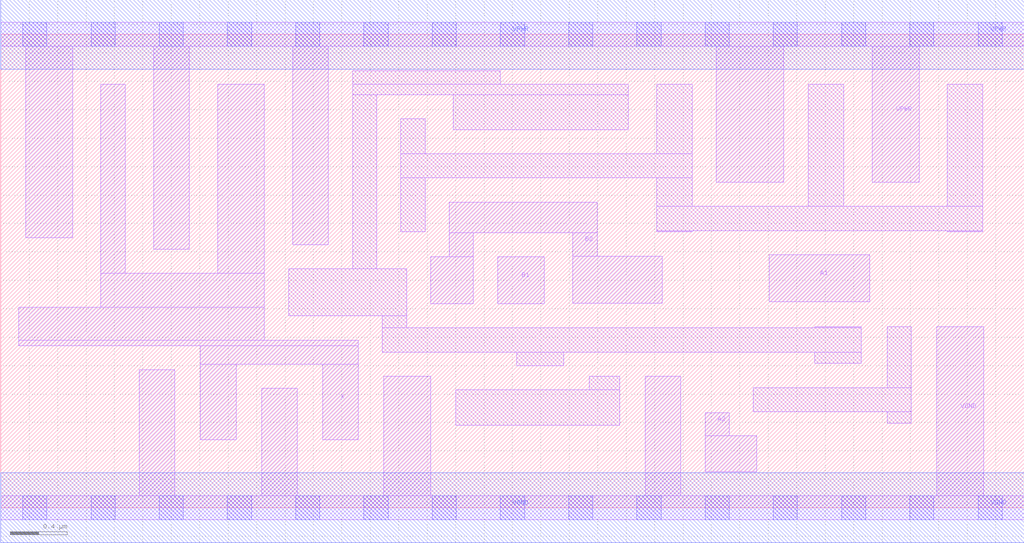
<source format=lef>
# Copyright 2020 The SkyWater PDK Authors
#
# Licensed under the Apache License, Version 2.0 (the "License");
# you may not use this file except in compliance with the License.
# You may obtain a copy of the License at
#
#     https://www.apache.org/licenses/LICENSE-2.0
#
# Unless required by applicable law or agreed to in writing, software
# distributed under the License is distributed on an "AS IS" BASIS,
# WITHOUT WARRANTIES OR CONDITIONS OF ANY KIND, either express or implied.
# See the License for the specific language governing permissions and
# limitations under the License.
#
# SPDX-License-Identifier: Apache-2.0

VERSION 5.7 ;
  NAMESCASESENSITIVE ON ;
  NOWIREEXTENSIONATPIN ON ;
  DIVIDERCHAR "/" ;
  BUSBITCHARS "[]" ;
UNITS
  DATABASE MICRONS 200 ;
END UNITS
MACRO sky130_fd_sc_ls__a22o_4
  CLASS CORE ;
  SOURCE USER ;
  FOREIGN sky130_fd_sc_ls__a22o_4 ;
  ORIGIN  0.000000  0.000000 ;
  SIZE  7.200000 BY  3.330000 ;
  SYMMETRY X Y ;
  SITE unit ;
  PIN A1
    ANTENNAGATEAREA  0.492000 ;
    DIRECTION INPUT ;
    USE SIGNAL ;
    PORT
      LAYER li1 ;
        RECT 5.405000 1.450000 6.115000 1.780000 ;
    END
  END A1
  PIN A2
    ANTENNAGATEAREA  0.492000 ;
    DIRECTION INPUT ;
    USE SIGNAL ;
    PORT
      LAYER li1 ;
        RECT 4.955000 0.255000 5.320000 0.505000 ;
        RECT 4.955000 0.505000 5.125000 0.670000 ;
    END
  END A2
  PIN B1
    ANTENNAGATEAREA  0.492000 ;
    DIRECTION INPUT ;
    USE SIGNAL ;
    PORT
      LAYER li1 ;
        RECT 3.495000 1.435000 3.825000 1.765000 ;
    END
  END B1
  PIN B2
    ANTENNAGATEAREA  0.492000 ;
    DIRECTION INPUT ;
    USE SIGNAL ;
    PORT
      LAYER li1 ;
        RECT 3.025000 1.435000 3.325000 1.765000 ;
        RECT 3.155000 1.765000 3.325000 1.935000 ;
        RECT 3.155000 1.935000 4.195000 2.150000 ;
        RECT 4.025000 1.440000 4.655000 1.770000 ;
        RECT 4.025000 1.770000 4.195000 1.935000 ;
    END
  END B2
  PIN X
    ANTENNADIFFAREA  1.086400 ;
    DIRECTION OUTPUT ;
    USE SIGNAL ;
    PORT
      LAYER li1 ;
        RECT 0.125000 1.140000 2.515000 1.180000 ;
        RECT 0.125000 1.180000 1.855000 1.410000 ;
        RECT 0.705000 1.410000 1.855000 1.650000 ;
        RECT 0.705000 1.650000 0.875000 2.980000 ;
        RECT 1.405000 0.480000 1.655000 1.010000 ;
        RECT 1.405000 1.010000 2.515000 1.140000 ;
        RECT 1.525000 1.650000 1.855000 2.980000 ;
        RECT 2.265000 0.480000 2.515000 1.010000 ;
    END
  END X
  PIN VGND
    DIRECTION INOUT ;
    SHAPE ABUTMENT ;
    USE GROUND ;
    PORT
      LAYER li1 ;
        RECT 0.000000 -0.085000 7.200000 0.085000 ;
        RECT 0.975000  0.085000 1.225000 0.970000 ;
        RECT 1.835000  0.085000 2.085000 0.840000 ;
        RECT 2.695000  0.085000 3.025000 0.925000 ;
        RECT 4.535000  0.085000 4.785000 0.925000 ;
        RECT 6.585000  0.085000 6.915000 1.275000 ;
      LAYER mcon ;
        RECT 0.155000 -0.085000 0.325000 0.085000 ;
        RECT 0.635000 -0.085000 0.805000 0.085000 ;
        RECT 1.115000 -0.085000 1.285000 0.085000 ;
        RECT 1.595000 -0.085000 1.765000 0.085000 ;
        RECT 2.075000 -0.085000 2.245000 0.085000 ;
        RECT 2.555000 -0.085000 2.725000 0.085000 ;
        RECT 3.035000 -0.085000 3.205000 0.085000 ;
        RECT 3.515000 -0.085000 3.685000 0.085000 ;
        RECT 3.995000 -0.085000 4.165000 0.085000 ;
        RECT 4.475000 -0.085000 4.645000 0.085000 ;
        RECT 4.955000 -0.085000 5.125000 0.085000 ;
        RECT 5.435000 -0.085000 5.605000 0.085000 ;
        RECT 5.915000 -0.085000 6.085000 0.085000 ;
        RECT 6.395000 -0.085000 6.565000 0.085000 ;
        RECT 6.875000 -0.085000 7.045000 0.085000 ;
      LAYER met1 ;
        RECT 0.000000 -0.245000 7.200000 0.245000 ;
    END
  END VGND
  PIN VPWR
    DIRECTION INOUT ;
    SHAPE ABUTMENT ;
    USE POWER ;
    PORT
      LAYER li1 ;
        RECT 0.000000 3.245000 7.200000 3.415000 ;
        RECT 0.175000 1.900000 0.505000 3.245000 ;
        RECT 1.075000 1.820000 1.325000 3.245000 ;
        RECT 2.055000 1.850000 2.305000 3.245000 ;
        RECT 5.035000 2.290000 5.510000 3.245000 ;
        RECT 6.130000 2.290000 6.460000 3.245000 ;
      LAYER mcon ;
        RECT 0.155000 3.245000 0.325000 3.415000 ;
        RECT 0.635000 3.245000 0.805000 3.415000 ;
        RECT 1.115000 3.245000 1.285000 3.415000 ;
        RECT 1.595000 3.245000 1.765000 3.415000 ;
        RECT 2.075000 3.245000 2.245000 3.415000 ;
        RECT 2.555000 3.245000 2.725000 3.415000 ;
        RECT 3.035000 3.245000 3.205000 3.415000 ;
        RECT 3.515000 3.245000 3.685000 3.415000 ;
        RECT 3.995000 3.245000 4.165000 3.415000 ;
        RECT 4.475000 3.245000 4.645000 3.415000 ;
        RECT 4.955000 3.245000 5.125000 3.415000 ;
        RECT 5.435000 3.245000 5.605000 3.415000 ;
        RECT 5.915000 3.245000 6.085000 3.415000 ;
        RECT 6.395000 3.245000 6.565000 3.415000 ;
        RECT 6.875000 3.245000 7.045000 3.415000 ;
      LAYER met1 ;
        RECT 0.000000 3.085000 7.200000 3.575000 ;
    END
  END VPWR
  OBS
    LAYER li1 ;
      RECT 2.025000 1.350000 2.855000 1.680000 ;
      RECT 2.475000 1.680000 2.645000 2.905000 ;
      RECT 2.475000 2.905000 4.415000 2.980000 ;
      RECT 2.475000 2.980000 3.515000 3.075000 ;
      RECT 2.685000 1.095000 6.055000 1.265000 ;
      RECT 2.685000 1.265000 2.855000 1.350000 ;
      RECT 2.815000 1.940000 2.985000 2.320000 ;
      RECT 2.815000 2.320000 4.865000 2.490000 ;
      RECT 2.815000 2.490000 2.985000 2.735000 ;
      RECT 3.185000 2.660000 4.415000 2.905000 ;
      RECT 3.200000 0.580000 4.355000 0.830000 ;
      RECT 3.630000 1.000000 3.960000 1.095000 ;
      RECT 4.140000 0.830000 4.355000 0.925000 ;
      RECT 4.615000 1.940000 4.865000 1.950000 ;
      RECT 4.615000 1.950000 6.910000 2.120000 ;
      RECT 4.615000 2.120000 4.865000 2.320000 ;
      RECT 4.615000 2.490000 4.865000 2.980000 ;
      RECT 5.295000 0.675000 6.405000 0.845000 ;
      RECT 5.680000 2.120000 5.930000 2.980000 ;
      RECT 5.725000 1.015000 6.055000 1.095000 ;
      RECT 5.725000 1.265000 6.055000 1.275000 ;
      RECT 6.235000 0.595000 6.405000 0.675000 ;
      RECT 6.235000 0.845000 6.405000 1.275000 ;
      RECT 6.660000 1.940000 6.910000 1.950000 ;
      RECT 6.660000 2.120000 6.910000 2.980000 ;
  END
END sky130_fd_sc_ls__a22o_4

</source>
